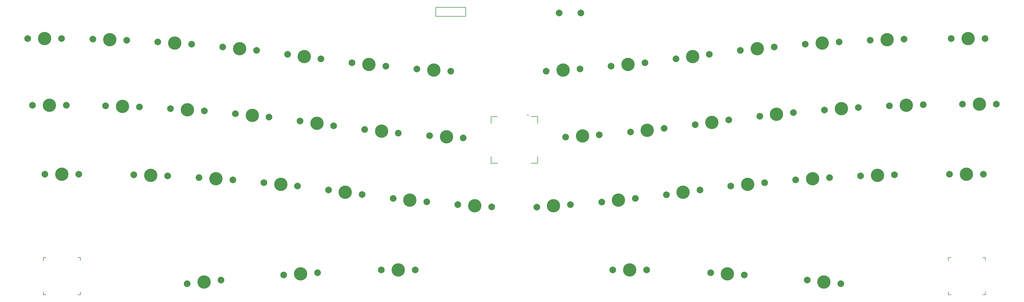
<source format=gbr>
G04 #@! TF.GenerationSoftware,KiCad,Pcbnew,(6.0.10)*
G04 #@! TF.CreationDate,2023-05-22T23:46:38+09:00*
G04 #@! TF.ProjectId,PARALLAX,50415241-4c4c-4415-982e-6b696361645f,rev?*
G04 #@! TF.SameCoordinates,Original*
G04 #@! TF.FileFunction,Legend,Top*
G04 #@! TF.FilePolarity,Positive*
%FSLAX46Y46*%
G04 Gerber Fmt 4.6, Leading zero omitted, Abs format (unit mm)*
G04 Created by KiCad (PCBNEW (6.0.10)) date 2023-05-22 23:46:38*
%MOMM*%
%LPD*%
G01*
G04 APERTURE LIST*
%ADD10C,0.150000*%
%ADD11C,0.120000*%
%ADD12C,4.000000*%
%ADD13C,2.000000*%
G04 APERTURE END LIST*
D10*
X147847700Y-19146700D02*
X156847700Y-19146700D01*
X156847700Y-21896700D02*
X147847700Y-21896700D01*
X156847700Y-19146700D02*
X156847700Y-21896700D01*
X147847700Y-21896700D02*
X147847700Y-19146700D01*
X30162550Y-94456250D02*
X30162550Y-95250000D01*
X41275050Y-105568750D02*
X40481300Y-105568750D01*
X30162550Y-105568750D02*
X30956300Y-105568750D01*
X30956300Y-94456250D02*
X30162550Y-94456250D01*
X30162550Y-104775000D02*
X30162550Y-105568750D01*
X41275050Y-95250000D02*
X41275050Y-94456250D01*
X41275050Y-94456250D02*
X40481300Y-94456250D01*
X41275050Y-104775000D02*
X41275050Y-105568750D01*
X166450000Y-52039900D02*
X164450000Y-52039900D01*
X176450000Y-66039900D02*
X178450000Y-66039900D01*
D11*
X175250000Y-51539900D02*
X175550000Y-51239900D01*
X175550000Y-51839900D02*
X175250000Y-51539900D01*
D10*
X164450000Y-66039900D02*
X166450000Y-66039900D01*
X178450000Y-52039900D02*
X176450000Y-52039900D01*
X178450000Y-54039900D02*
X178450000Y-52039900D01*
X164450000Y-64039900D02*
X164450000Y-66039900D01*
X164450000Y-52039900D02*
X164450000Y-54039900D01*
D11*
X175550000Y-51239900D02*
X175550000Y-51839900D01*
D10*
X178450000Y-66039900D02*
X178450000Y-64039900D01*
X312737550Y-105568750D02*
X311943800Y-105568750D01*
X312737550Y-94456250D02*
X311943800Y-94456250D01*
X312737550Y-104775000D02*
X312737550Y-105568750D01*
X312737550Y-95250000D02*
X312737550Y-94456250D01*
X301625050Y-104775000D02*
X301625050Y-105568750D01*
X301625050Y-105568750D02*
X302418800Y-105568750D01*
X302418800Y-94456250D02*
X301625050Y-94456250D01*
X301625050Y-94456250D02*
X301625050Y-95250000D01*
D12*
X131591000Y-56440000D03*
D13*
X136643171Y-56971005D03*
X126538829Y-55908995D03*
X225669038Y-54463999D03*
X235730162Y-53050001D03*
D12*
X230699600Y-53757000D03*
D13*
X35620000Y-28550000D03*
D12*
X30540000Y-28550000D03*
D13*
X25460000Y-28550000D03*
X206263229Y-56666505D03*
X216367571Y-55604495D03*
D12*
X211315400Y-56135500D03*
D13*
X40798800Y-69360000D03*
D12*
X35718800Y-69360000D03*
D13*
X30638800Y-69360000D03*
D12*
X108409200Y-33985000D03*
D13*
X103378638Y-33278001D03*
X113439762Y-34691999D03*
X268826525Y-29535637D03*
D12*
X263758900Y-29890000D03*
D13*
X258691275Y-30244363D03*
X191147625Y-37695637D03*
D12*
X186080000Y-38050000D03*
D13*
X181012375Y-38404363D03*
D12*
X235370000Y-99320000D03*
D13*
X230302375Y-98965637D03*
X240437625Y-99674363D03*
D12*
X307550700Y-28528000D03*
D13*
X302470700Y-28528000D03*
X312630700Y-28528000D03*
X305870000Y-48315000D03*
X316030000Y-48315000D03*
D12*
X310950000Y-48315000D03*
D13*
X255135671Y-50844995D03*
X245031329Y-51907005D03*
D12*
X250083500Y-51376000D03*
D13*
X68299375Y-49630637D03*
D12*
X73367000Y-49985000D03*
D13*
X78434625Y-50339363D03*
D12*
X283261500Y-28865000D03*
D13*
X288338405Y-28687711D03*
X278184595Y-29042289D03*
X94077371Y-32136005D03*
D12*
X89025200Y-31605000D03*
D13*
X83973029Y-31073995D03*
D12*
X120731500Y-74800000D03*
D13*
X125762062Y-75506999D03*
X115700938Y-74093001D03*
X132845971Y-36891005D03*
X122741629Y-35828995D03*
D12*
X127793800Y-36360000D03*
X206021200Y-98130000D03*
D13*
X200941200Y-98130000D03*
X211101200Y-98130000D03*
D12*
X241441100Y-72425000D03*
D13*
X236388929Y-72956005D03*
X246493271Y-71893995D03*
X196927725Y-57482637D03*
D12*
X191860100Y-57837000D03*
D13*
X186792475Y-58191363D03*
X207725271Y-76653995D03*
D12*
X202673100Y-77185000D03*
D13*
X197620929Y-77716005D03*
D12*
X81892000Y-70720000D03*
D13*
X86959625Y-71074363D03*
X76824375Y-70365637D03*
D12*
X101347400Y-72420000D03*
D13*
X106399571Y-72951005D03*
X96295229Y-71888995D03*
D12*
X289042100Y-48655000D03*
D13*
X283965195Y-48832289D03*
X294119005Y-48477711D03*
X191368750Y-20850700D03*
X184868750Y-20850700D03*
D12*
X307070000Y-69360000D03*
D13*
X301990000Y-69360000D03*
X312150000Y-69360000D03*
X239251329Y-32121005D03*
D12*
X244303500Y-31590000D03*
D13*
X249355671Y-31058995D03*
X200483229Y-36881005D03*
D12*
X205535400Y-36350000D03*
D13*
X210587571Y-35818995D03*
X48787195Y-48787711D03*
D12*
X53864100Y-48965000D03*
D13*
X58941005Y-49142289D03*
D12*
X62389100Y-69700000D03*
D13*
X57312195Y-69522711D03*
X67466005Y-69877289D03*
D12*
X151047000Y-58135000D03*
D13*
X145979375Y-57780637D03*
X156114625Y-58489363D03*
X112364625Y-98965637D03*
X102229375Y-99674363D03*
D12*
X107297000Y-99320000D03*
D13*
X87770229Y-51154995D03*
X97874571Y-52217005D03*
D12*
X92822400Y-51686000D03*
X222057100Y-74805000D03*
D13*
X227087662Y-74098001D03*
X217026538Y-75511999D03*
D12*
X264319800Y-101770000D03*
D13*
X259267629Y-101238995D03*
X269371971Y-102301005D03*
D12*
X280399600Y-69703000D03*
D13*
X275322695Y-69880289D03*
X285476505Y-69525711D03*
X135063829Y-76646995D03*
D12*
X140116000Y-77178000D03*
D13*
X145168171Y-77709005D03*
X164639325Y-79229363D03*
D12*
X159571700Y-78875000D03*
D13*
X154504075Y-78520637D03*
X265964225Y-70371637D03*
D12*
X260896600Y-70726000D03*
D13*
X255828975Y-71080363D03*
D12*
X31956300Y-48625000D03*
D13*
X26876300Y-48625000D03*
X37036300Y-48625000D03*
X83399371Y-101238995D03*
X73295029Y-102301005D03*
D12*
X78347200Y-101770000D03*
X112206600Y-54064000D03*
D13*
X117237162Y-54770999D03*
X107176038Y-53357001D03*
X264471375Y-50031363D03*
D12*
X269539000Y-49677000D03*
D13*
X274606625Y-49322637D03*
D12*
X136645800Y-98130000D03*
D13*
X141725800Y-98130000D03*
X131565800Y-98130000D03*
X74637225Y-30261363D03*
X64501975Y-29552637D03*
D12*
X69569600Y-29907000D03*
X224919400Y-33970000D03*
D13*
X229949962Y-33263001D03*
X219888838Y-34676999D03*
D12*
X50066600Y-28890000D03*
D13*
X55143505Y-29067289D03*
X44989695Y-28712711D03*
X188285325Y-78530637D03*
X178150075Y-79239363D03*
D12*
X183217700Y-78885000D03*
X147249500Y-38057000D03*
D13*
X142181875Y-37702637D03*
X152317125Y-38411363D03*
M02*

</source>
